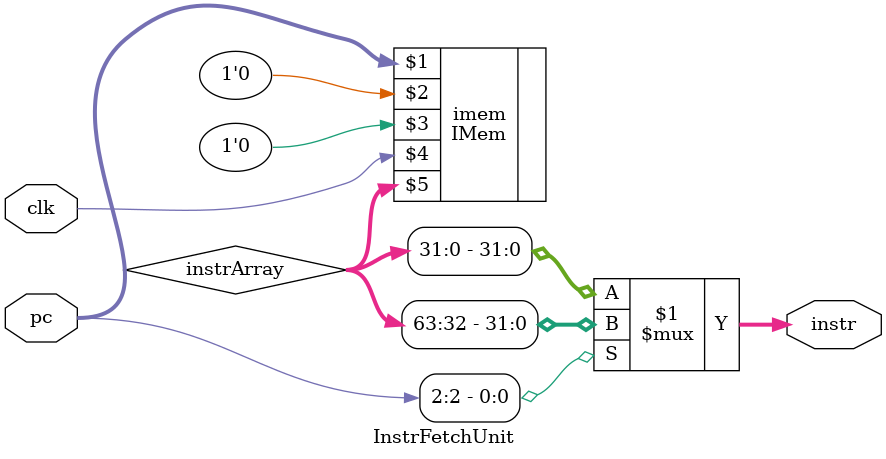
<source format=v>
`timescale 1ns / 1ps


module InstrFetchUnit(
        input [63:0] pc,
        input clk,
        output [31:0] instr
    );
    
    wire [63:0] instrArray;
    //Mem imem (pc, 1'b0, 1'b0, clk, instrArray);
    IMem imem (pc, 1'b0, 1'b0, clk, instrArray);
    assign instr = (pc[2]) ? instrArray[63:32] : instrArray[31:0];

endmodule

</source>
